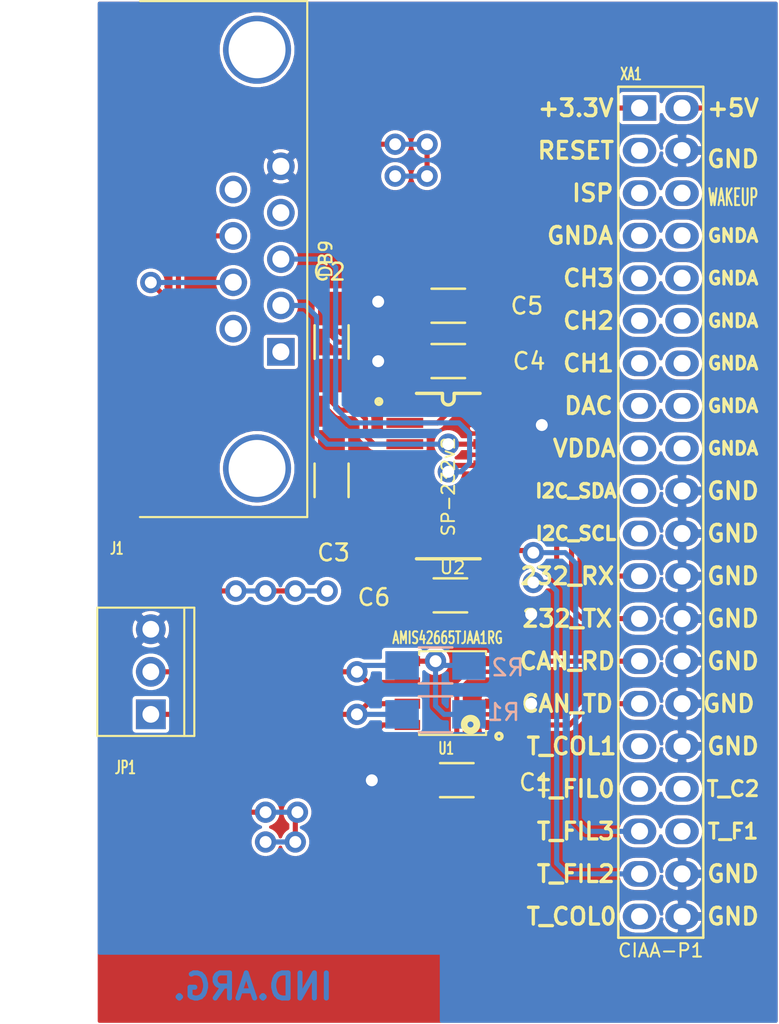
<source format=kicad_pcb>
(kicad_pcb (version 4) (host pcbnew 4.0.0-rc1-stable)
  (layers (0 F.Cu signal) (31 B.Cu signal hide) (34 B.Paste user) (35 F.Paste user) (36 B.SilkS user) (37 F.SilkS user hide) (38 B.Mask user) (39 F.Mask user) (44 Edge.Cuts user))
  (net 0 "")
  (net 1 GND)
  (net 2 "Net-(C2-Pad1)")
  (net 3 "Net-(C2-Pad2)")
  (net 4 "Net-(C3-Pad1)")
  (net 5 "Net-(C3-Pad2)")
  (net 6 +3.3V)
  (net 7 "Net-(C5-Pad2)")
  (net 8 "Net-(C6-Pad2)")
  (net 9 "Net-(J1-Pad2)")
  (net 10 "Net-(J1-Pad3)")
  (net 11 "Net-(J1-Pad7)")
  (net 12 "Net-(J1-Pad8)")
  (net 13 "Net-(JP1-Pad1)")
  (net 14 "Net-(JP1-Pad2)")
  (net 15 "Net-(R1-Pad2)")
  (net 16 "/Conector y Can/CAN_TX")
  (net 17 "/Conector y Can/CAN_RX")
  (net 18 "/Conector y Can/CTS")
  (net 19 "/Conector y Can/RTS")
  (net 20 "/Conector y Can/TXD")
  (net 21 "/Conector y Can/RXD")
  (net 22 +5V)
  (module ej2:DB9_F_TH (layer F.Cu) (at 116.84 79.502 90)
    (fp_text reference J1 (at -17.272 -8.382 180) (layer F.SilkS) (effects (font (size 0.7112 0.4572) (thickness 0.1143))))
    (fp_text value DB9 (at 0 4.1 90) (layer F.SilkS) (effects (font (size 0.762 0.762) (thickness 0.127))))
    (fp_line (start 15.4 3) (end 15.4 -7) (layer F.SilkS) (width 0.127))
    (fp_line (start -15.4 3) (end -15.4 -7) (layer F.SilkS) (width 0.127))
    (fp_line (start 15.4 3) (end -15.4 3) (layer F.SilkS) (width 0.127))
    (pad 1 thru_hole rect (at -5.5372 1.4224 90) (size 1.651 1.651) (drill 1.016) (layers *.Cu *.Mask))
    (pad 2 thru_hole circle (at -2.7686 1.4224 90) (size 1.651 1.651) (drill 1.016) (layers *.Cu *.Mask) (net 9 "Net-(J1-Pad2)"))
    (pad 3 thru_hole circle (at 0 1.4224 90) (size 1.651 1.651) (drill 1.016) (layers *.Cu *.Mask) (net 10 "Net-(J1-Pad3)"))
    (pad 4 thru_hole circle (at 2.7686 1.4224 90) (size 1.651 1.651) (drill 1.016) (layers *.Cu *.Mask))
    (pad 5 thru_hole circle (at 5.5372 1.4224 90) (size 1.651 1.651) (drill 1.016) (layers *.Cu *.Mask) (net 1 GND))
    (pad 6 thru_hole circle (at -4.1529 -1.4224 90) (size 1.651 1.651) (drill 1.016) (layers *.Cu *.Mask))
    (pad 7 thru_hole circle (at -1.3843 -1.4224 90) (size 1.651 1.651) (drill 1.016) (layers *.Cu *.Mask) (net 11 "Net-(J1-Pad7)"))
    (pad 8 thru_hole circle (at 1.3843 -1.4224 90) (size 1.651 1.651) (drill 1.016) (layers *.Cu *.Mask) (net 12 "Net-(J1-Pad8)"))
    (pad 9 thru_hole circle (at 4.1529 -1.4224 90) (size 1.651 1.651) (drill 1.016) (layers *.Cu *.Mask))
    (pad 10 thru_hole circle (at -12.4968 0 90) (size 4.064 4.064) (drill 3.4) (layers *.Cu *.Mask))
    (pad 11 thru_hole circle (at 12.4968 0 90) (size 4.064 4.064) (drill 3.4) (layers *.Cu *.Mask))
  )
  (module ej2:CON_PALETA_3 (layer F.Cu) (at 110.49 104.14 90)
    (fp_text reference JP1 (at -5.715 -1.524 180) (layer F.SilkS) (effects (font (size 0.762 0.4572) (thickness 0.127))))
    (fp_text value CONN_3)
    (fp_line (start 3.83 -3.2) (end 3.83 2.6) (layer F.SilkS) (width 0.127))
    (fp_line (start -3.83 -3.2) (end 3.83 -3.2) (layer F.SilkS) (width 0.127))
    (fp_line (start -3.83 2.6) (end -3.83 -3.2) (layer F.SilkS) (width 0.127))
    (fp_line (start 3.83 2.6) (end -3.83 2.6) (layer F.SilkS) (width 0.127))
    (fp_line (start 3.83 2) (end -3.83 2) (layer F.SilkS) (width 0.127))
    (pad 1 thru_hole rect (at -2.54 0 90) (size 1.778 1.778) (drill 1) (layers *.Cu *.Mask) (net 13 "Net-(JP1-Pad1)"))
    (pad 2 thru_hole circle (at 0 0 90) (size 1.778 1.778) (drill 1) (layers *.Cu *.Mask) (net 14 "Net-(JP1-Pad2)"))
    (pad 3 thru_hole circle (at 2.54 0 90) (size 1.778 1.778) (drill 1) (layers *.Cu *.Mask) (net 1 GND))
  )
  (module ej2:SOIC-8 (layer F.Cu) (at 128.524 105.41 180)
    (fp_text reference U1 (at 0.381 -3.302 180) (layer F.SilkS) (effects (font (size 0.7112 0.4572) (thickness 0.1143))))
    (fp_text value AMIS42665TJAA1RG (at 0.3 3.3 180) (layer F.SilkS) (effects (font (size 0.7112 0.4572) (thickness 0.1143))))
    (fp_line (start -2 -2.5) (end -2 -2.3) (layer F.SilkS) (width 0.127))
    (fp_line (start -2 2.5) (end -2 2.3) (layer F.SilkS) (width 0.127))
    (fp_line (start 2 2.5) (end 2 2.3) (layer F.SilkS) (width 0.127))
    (fp_line (start 2 -2.5) (end 2 -2.3) (layer F.SilkS) (width 0.127))
    (fp_circle (center -2.7746 -2.5764) (end -2.8 -2.5) (layer F.SilkS) (width 0.2032))
    (fp_line (start 2 -2.5) (end -2 -2.5) (layer F.SilkS) (width 0.127))
    (fp_line (start -2 2.5) (end 2 2.5) (layer F.SilkS) (width 0.127))
    (fp_circle (center -1.0746 -1.8764) (end -1.1 -1.7) (layer F.SilkS) (width 0.4))
    (pad 1 smd rect (at -2.7 -1.905 90) (size 0.6 1.52) (layers F.Cu F.Paste F.Mask) (net 16 "/Conector y Can/CAN_TX"))
    (pad 2 smd rect (at -2.7 -0.635 90) (size 0.6 1.52) (layers F.Cu F.Paste F.Mask) (net 1 GND))
    (pad 3 smd rect (at -2.7 0.635 90) (size 0.6 1.52) (layers F.Cu F.Paste F.Mask) (net 22 +5V))
    (pad 4 smd rect (at -2.7 1.905 90) (size 0.6 1.52) (layers F.Cu F.Paste F.Mask) (net 17 "/Conector y Can/CAN_RX"))
    (pad 5 smd rect (at 2.7 1.905 90) (size 0.6 1.52) (layers F.Cu F.Paste F.Mask) (net 15 "Net-(R1-Pad2)"))
    (pad 6 smd rect (at 2.7 0.635 90) (size 0.6 1.52) (layers F.Cu F.Paste F.Mask) (net 14 "Net-(JP1-Pad2)"))
    (pad 7 smd rect (at 2.7 -0.635 90) (size 0.6 1.52) (layers F.Cu F.Paste F.Mask) (net 13 "Net-(JP1-Pad1)"))
    (pad 8 smd rect (at 2.7 -1.905 90) (size 0.6 1.52) (layers F.Cu F.Paste F.Mask) (net 1 GND))
  )
  (module ej2:SP3232ECN-SOIC16N (layer F.Cu) (at 128.27 92.456 270)
    (fp_text reference U2 (at 5.461 -0.254 360) (layer F.SilkS) (effects (font (size 0.762 0.762) (thickness 0.1143))))
    (fp_text value SP-232v2 (at 0.635 0 270) (layer F.SilkS) (effects (font (size 0.762 0.762) (thickness 0.1143))))
    (fp_line (start -4.6 0.35) (end -4.9 0.35) (layer F.SilkS) (width 0.2032))
    (fp_line (start -4.6 -0.35) (end -4.9 -0.35) (layer F.SilkS) (width 0.2032))
    (fp_arc (start -4.6 0) (end -4.6 -0.35) (angle 180) (layer F.SilkS) (width 0.2032))
    (fp_circle (center -4.45 4.15) (end -4.35 4.05) (layer F.SilkS) (width 0.254))
    (fp_line (start -4.93776 1.89992) (end -4.93776 0.35) (layer F.SilkS) (width 0.2032))
    (fp_line (start -4.93776 -0.35) (end -4.93776 -1.89992) (layer F.SilkS) (width 0.2032))
    (fp_line (start 4.93776 -1.89992) (end 4.93776 1.39954) (layer F.SilkS) (width 0.2032))
    (fp_line (start 4.93776 1.39954) (end 4.93776 1.89992) (layer F.SilkS) (width 0.2032))
    (pad 1 smd rect (at -4.445 2.59842 270) (size 0.59944 2.19964) (layers F.Cu F.Paste F.Mask) (net 2 "Net-(C2-Pad1)"))
    (pad 2 smd rect (at -3.175 2.59842 270) (size 0.59944 2.19964) (layers F.Cu F.Paste F.Mask) (net 7 "Net-(C5-Pad2)"))
    (pad 3 smd rect (at -1.905 2.59842 270) (size 0.59944 2.19964) (layers F.Cu F.Paste F.Mask) (net 3 "Net-(C2-Pad2)"))
    (pad 4 smd rect (at -0.635 2.59842 270) (size 0.59944 2.19964) (layers F.Cu F.Paste F.Mask) (net 4 "Net-(C3-Pad1)"))
    (pad 5 smd rect (at 0.635 2.59842 270) (size 0.59944 2.19964) (layers F.Cu F.Paste F.Mask) (net 5 "Net-(C3-Pad2)"))
    (pad 6 smd rect (at 1.905 2.59842 270) (size 0.59944 2.19964) (layers F.Cu F.Paste F.Mask) (net 8 "Net-(C6-Pad2)"))
    (pad 7 smd rect (at 3.175 2.59842 270) (size 0.59944 2.19964) (layers F.Cu F.Paste F.Mask) (net 12 "Net-(J1-Pad8)"))
    (pad 8 smd rect (at 4.445 2.59842 270) (size 0.59944 2.19964) (layers F.Cu F.Paste F.Mask) (net 11 "Net-(J1-Pad7)"))
    (pad 9 smd rect (at 4.445 -2.59842 270) (size 0.59944 2.19964) (layers F.Cu F.Paste F.Mask) (net 19 "/Conector y Can/RTS"))
    (pad 10 smd rect (at 3.175 -2.59842 270) (size 0.59944 2.19964) (layers F.Cu F.Paste F.Mask) (net 18 "/Conector y Can/CTS"))
    (pad 11 smd rect (at 1.905 -2.59842 270) (size 0.59944 2.19964) (layers F.Cu F.Paste F.Mask) (net 21 "/Conector y Can/RXD"))
    (pad 12 smd rect (at 0.635 -2.59842 270) (size 0.59944 2.19964) (layers F.Cu F.Paste F.Mask) (net 20 "/Conector y Can/TXD"))
    (pad 13 smd rect (at -0.635 -2.59842 270) (size 0.59944 2.19964) (layers F.Cu F.Paste F.Mask) (net 10 "Net-(J1-Pad3)"))
    (pad 14 smd rect (at -1.905 -2.59842 270) (size 0.59944 2.19964) (layers F.Cu F.Paste F.Mask) (net 9 "Net-(J1-Pad2)"))
    (pad 15 smd rect (at -3.175 -2.59842 270) (size 0.59944 2.19964) (layers F.Cu F.Paste F.Mask) (net 1 GND))
    (pad 16 smd rect (at -4.445 -2.59842 270) (size 0.59944 2.19964) (layers F.Cu F.Paste F.Mask) (net 6 +3.3V))
  )
  (module ej2:Conn_Poncho_Derecha (layer F.Cu) (at 139.7 70.485)
    (fp_text reference XA1 (at -0.508 -2.032) (layer F.SilkS) (effects (font (size 0.7112 0.4572) (thickness 0.1143))))
    (fp_text value Conn_Poncho2P_2x_20x2 hide)
    (fp_text user GND (at 5.588 48.26) (layer F.SilkS) (effects (font (thickness 0.2))))
    (fp_text user GND (at 5.588 45.72) (layer F.SilkS) (effects (font (thickness 0.2))))
    (fp_text user T_F1 (at 5.588 43.18) (layer F.SilkS) (effects (font (size 0.9 0.9) (thickness 0.18))))
    (fp_text user T_C2 (at 5.588 40.64) (layer F.SilkS) (effects (font (size 0.9 0.9) (thickness 0.18))))
    (fp_text user GND (at 5.588 38.1) (layer F.SilkS) (effects (font (thickness 0.2))))
    (fp_text user GND (at 5.334 35.56) (layer F.SilkS) (effects (font (thickness 0.2))))
    (fp_text user GND (at 5.588 33.02) (layer F.SilkS) (effects (font (thickness 0.2))))
    (fp_text user GND (at 5.588 30.48) (layer F.SilkS) (effects (font (thickness 0.2))))
    (fp_text user GND (at 5.588 27.94) (layer F.SilkS) (effects (font (thickness 0.2))))
    (fp_text user GND (at 5.588 25.4) (layer F.SilkS) (effects (font (thickness 0.2))))
    (fp_text user GND (at 5.588 22.86) (layer F.SilkS) (effects (font (thickness 0.2))))
    (fp_text user GNDA (at 5.588 20.32) (layer F.SilkS) (effects (font (size 0.76 0.76) (thickness 0.19))))
    (fp_text user GNDA (at 5.588 17.78) (layer F.SilkS) (effects (font (size 0.76 0.76) (thickness 0.19))))
    (fp_text user GNDA (at 5.588 15.24) (layer F.SilkS) (effects (font (size 0.76 0.76) (thickness 0.19))))
    (fp_text user GNDA (at 5.588 12.7) (layer F.SilkS) (effects (font (size 0.76 0.76) (thickness 0.19))))
    (fp_text user GNDA (at 5.588 10.16) (layer F.SilkS) (effects (font (size 0.76 0.76) (thickness 0.19))))
    (fp_text user GNDA (at 5.588 7.62) (layer F.SilkS) (effects (font (size 0.76 0.76) (thickness 0.19))))
    (fp_text user WAKEUP (at 5.588 5.334) (layer F.SilkS) (effects (font (size 1 0.5) (thickness 0.125))))
    (fp_text user GND (at 5.588 3.048) (layer F.SilkS) (effects (font (thickness 0.2))))
    (fp_text user +5V (at 5.588 0) (layer F.SilkS) (effects (font (thickness 0.2))))
    (fp_text user T_COL0 (at -4.064 48.26) (layer F.SilkS) (effects (font (thickness 0.2))))
    (fp_text user T_FIL2 (at -3.81 45.72) (layer F.SilkS) (effects (font (thickness 0.2))))
    (fp_text user T_FIL3 (at -3.81 43.18) (layer F.SilkS) (effects (font (thickness 0.2))))
    (fp_text user T_FIL0 (at -3.81 40.64) (layer F.SilkS) (effects (font (thickness 0.2))))
    (fp_text user T_COL1 (at -4.064 38.1) (layer F.SilkS) (effects (font (thickness 0.2))))
    (fp_text user CAN_TD (at -4.318 35.56) (layer F.SilkS) (effects (font (thickness 0.2))))
    (fp_text user CAN_RD (at -4.318 33.02) (layer F.SilkS) (effects (font (thickness 0.2))))
    (fp_text user 232_TX (at -4.318 30.48) (layer F.SilkS) (effects (font (thickness 0.2))))
    (fp_text user 232_RX (at -4.318 27.94) (layer F.SilkS) (effects (font (thickness 0.2))))
    (fp_text user I2C_SCL (at -3.81 25.4) (layer F.SilkS) (effects (font (size 0.8 0.8) (thickness 0.2))))
    (fp_text user I2C_SDA (at -3.81 22.86) (layer F.SilkS) (effects (font (size 0.8 0.8) (thickness 0.2))))
    (fp_text user VDDA (at -3.302 20.32) (layer F.SilkS) (effects (font (thickness 0.2))))
    (fp_text user DAC (at -3.048 17.78) (layer F.SilkS) (effects (font (thickness 0.2))))
    (fp_text user CH1 (at -3.048 15.24) (layer F.SilkS) (effects (font (thickness 0.2))))
    (fp_text user CH2 (at -3.048 12.7) (layer F.SilkS) (effects (font (thickness 0.2))))
    (fp_text user CH3 (at -3.048 10.16) (layer F.SilkS) (effects (font (thickness 0.2))))
    (fp_text user GNDA (at -3.556 7.62) (layer F.SilkS) (effects (font (thickness 0.2))))
    (fp_text user ISP (at -2.794 5.08) (layer F.SilkS) (effects (font (thickness 0.2))))
    (fp_text user RESET (at -3.81 2.54) (layer F.SilkS) (effects (font (thickness 0.2))))
    (fp_text user CIAA-P1 (at 1.27 50.292) (layer F.SilkS) (effects (font (size 0.8 0.8) (thickness 0.12))))
    (fp_text user +3.3V (at -3.81 0) (layer F.SilkS) (effects (font (thickness 0.2))))
    (fp_line (start -1.27 49.53) (end -1.27 -1.27) (layer F.SilkS) (width 0.15))
    (fp_line (start 3.81 49.53) (end 3.81 -1.27) (layer F.SilkS) (width 0.15))
    (fp_line (start 3.81 49.53) (end -1.27 49.53) (layer F.SilkS) (width 0.15))
    (fp_line (start 3.81 -1.27) (end -1.27 -1.27) (layer F.SilkS) (width 0.15))
    (pad 1 thru_hole rect (at 0 0 270) (size 1.524 2) (drill 1.016) (layers *.Cu *.Mask) (net 6 +3.3V))
    (pad 2 thru_hole oval (at 2.54 0 270) (size 1.524 2) (drill 1.016) (layers *.Cu *.Mask) (net 22 +5V))
    (pad 11 thru_hole oval (at 0 12.7 270) (size 1.524 2) (drill 1.016) (layers *.Cu *.Mask))
    (pad 4 thru_hole oval (at 2.54 2.54 270) (size 1.524 2) (drill 1.016) (layers *.Cu *.Mask) (net 1 GND))
    (pad 13 thru_hole oval (at 0 15.24 270) (size 1.524 2) (drill 1.016) (layers *.Cu *.Mask))
    (pad 6 thru_hole oval (at 2.54 5.08 270) (size 1.524 2) (drill 1.016) (layers *.Cu *.Mask))
    (pad 15 thru_hole oval (at 0 17.78 270) (size 1.524 2) (drill 1.016) (layers *.Cu *.Mask))
    (pad 8 thru_hole oval (at 2.54 7.62 270) (size 1.524 2) (drill 1.016) (layers *.Cu *.Mask))
    (pad 17 thru_hole oval (at 0 20.32 270) (size 1.524 2) (drill 1.016) (layers *.Cu *.Mask))
    (pad 10 thru_hole oval (at 2.54 10.16 270) (size 1.524 2) (drill 1.016) (layers *.Cu *.Mask))
    (pad 19 thru_hole oval (at 0 22.86 270) (size 1.524 2) (drill 1.016) (layers *.Cu *.Mask))
    (pad 12 thru_hole oval (at 2.54 12.7 270) (size 1.524 2) (drill 1.016) (layers *.Cu *.Mask))
    (pad 21 thru_hole oval (at 0 25.4 270) (size 1.524 2) (drill 1.016) (layers *.Cu *.Mask))
    (pad 14 thru_hole oval (at 2.54 15.24 270) (size 1.524 2) (drill 1.016) (layers *.Cu *.Mask))
    (pad 23 thru_hole oval (at 0 27.94 270) (size 1.524 2) (drill 1.016) (layers *.Cu *.Mask) (net 20 "/Conector y Can/TXD"))
    (pad 16 thru_hole oval (at 2.54 17.78 270) (size 1.524 2) (drill 1.016) (layers *.Cu *.Mask))
    (pad 25 thru_hole oval (at 0 30.48 270) (size 1.524 2) (drill 1.016) (layers *.Cu *.Mask) (net 21 "/Conector y Can/RXD"))
    (pad 18 thru_hole oval (at 2.54 20.32 270) (size 1.524 2) (drill 1.016) (layers *.Cu *.Mask))
    (pad 27 thru_hole oval (at 0 33.02 270) (size 1.524 2) (drill 1.016) (layers *.Cu *.Mask) (net 17 "/Conector y Can/CAN_RX"))
    (pad 20 thru_hole oval (at 2.54 22.86 270) (size 1.524 2) (drill 1.016) (layers *.Cu *.Mask) (net 1 GND))
    (pad 29 thru_hole oval (at 0 35.56 270) (size 1.524 2) (drill 1.016) (layers *.Cu *.Mask) (net 16 "/Conector y Can/CAN_TX"))
    (pad 22 thru_hole oval (at 2.54 25.4 270) (size 1.524 2) (drill 1.016) (layers *.Cu *.Mask) (net 1 GND))
    (pad 31 thru_hole oval (at 0 38.1 270) (size 1.524 2) (drill 1.016) (layers *.Cu *.Mask))
    (pad 24 thru_hole oval (at 2.54 27.94 270) (size 1.524 2) (drill 1.016) (layers *.Cu *.Mask) (net 1 GND))
    (pad 26 thru_hole oval (at 2.54 30.48 270) (size 1.524 2) (drill 1.016) (layers *.Cu *.Mask) (net 1 GND))
    (pad 33 thru_hole oval (at 0 40.64 270) (size 1.524 2) (drill 1.016) (layers *.Cu *.Mask))
    (pad 28 thru_hole oval (at 2.54 33.02 270) (size 1.524 2) (drill 1.016) (layers *.Cu *.Mask) (net 1 GND))
    (pad 32 thru_hole oval (at 2.54 38.1 270) (size 1.524 2) (drill 1.016) (layers *.Cu *.Mask) (net 1 GND))
    (pad 34 thru_hole oval (at 2.54 40.64 270) (size 1.524 2) (drill 1.016) (layers *.Cu *.Mask))
    (pad 36 thru_hole oval (at 2.54 43.18 270) (size 1.524 2) (drill 1.016) (layers *.Cu *.Mask))
    (pad 38 thru_hole oval (at 2.54 45.72 270) (size 1.524 2) (drill 1.016) (layers *.Cu *.Mask) (net 1 GND))
    (pad 35 thru_hole oval (at 0 43.18 270) (size 1.524 2) (drill 1.016) (layers *.Cu *.Mask) (net 19 "/Conector y Can/RTS"))
    (pad 37 thru_hole oval (at 0 45.72 270) (size 1.524 2) (drill 1.016) (layers *.Cu *.Mask) (net 18 "/Conector y Can/CTS"))
    (pad 3 thru_hole oval (at 0 2.54 270) (size 1.524 2) (drill 1.016) (layers *.Cu *.Mask))
    (pad 5 thru_hole oval (at 0 5.08 270) (size 1.524 2) (drill 1.016) (layers *.Cu *.Mask))
    (pad 7 thru_hole oval (at 0 7.62 270) (size 1.524 2) (drill 1.016) (layers *.Cu *.Mask))
    (pad 9 thru_hole oval (at 0 10.16 270) (size 1.524 2) (drill 1.016) (layers *.Cu *.Mask))
    (pad 39 thru_hole oval (at 0 48.26 270) (size 1.524 2) (drill 1.016) (layers *.Cu *.Mask))
    (pad 40 thru_hole oval (at 2.54 48.26 270) (size 1.524 2) (drill 1.016) (layers *.Cu *.Mask) (net 1 GND))
    (pad 30 thru_hole oval (at 2.54 35.56 270) (size 1.524 2) (drill 1.016) (layers *.Cu *.Mask) (net 1 GND))
  )
  (module ej2:C_1206_HandSoldering (layer F.Cu) (at 128.778 110.617)
    (fp_text reference C1 (at 4.699 0.127 180) (layer F.SilkS))
    (fp_text value 100nf)
    (fp_line (start 1 1.007) (end -1 1.007) (layer F.SilkS) (width 0.15))
    (fp_line (start 1 -1.025) (end -1 -1.025) (layer F.SilkS) (width 0.15))
    (pad 1 smd rect (at -2 0) (size 2 1.6) (layers F.Cu F.Paste F.Mask) (net 1 GND))
    (pad 2 smd rect (at 2 0) (size 2 1.6) (layers F.Cu F.Paste F.Mask) (net 22 +5V))
  )
  (module ej2:C_1206_HandSoldering (layer F.Cu) (at 121.285 84.455 270)
    (fp_text reference C2 (at -4.191 0.127 360) (layer F.SilkS))
    (fp_text value 100nf)
    (fp_line (start 1 1.007) (end -1 1.007) (layer F.SilkS) (width 0.15))
    (fp_line (start 1 -1.025) (end -1 -1.025) (layer F.SilkS) (width 0.15))
    (pad 1 smd rect (at -2 0 270) (size 2 1.6) (layers F.Cu F.Paste F.Mask) (net 2 "Net-(C2-Pad1)"))
    (pad 2 smd rect (at 2 0 270) (size 2 1.6) (layers F.Cu F.Paste F.Mask) (net 3 "Net-(C2-Pad2)"))
  )
  (module ej2:C_1206_HandSoldering (layer F.Cu) (at 121.285 92.71 270)
    (fp_text reference C3 (at 4.318 -0.127 360) (layer F.SilkS))
    (fp_text value 100nf)
    (fp_line (start 1 1.007) (end -1 1.007) (layer F.SilkS) (width 0.15))
    (fp_line (start 1 -1.025) (end -1 -1.025) (layer F.SilkS) (width 0.15))
    (pad 1 smd rect (at -2 0 270) (size 2 1.6) (layers F.Cu F.Paste F.Mask) (net 4 "Net-(C3-Pad1)"))
    (pad 2 smd rect (at 2 0 270) (size 2 1.6) (layers F.Cu F.Paste F.Mask) (net 5 "Net-(C3-Pad2)"))
  )
  (module ej2:C_1206_HandSoldering (layer F.Cu) (at 128.27 85.598)
    (fp_text reference C4 (at 4.826 0) (layer F.SilkS))
    (fp_text value 100nf)
    (fp_line (start 1 1.007) (end -1 1.007) (layer F.SilkS) (width 0.15))
    (fp_line (start 1 -1.025) (end -1 -1.025) (layer F.SilkS) (width 0.15))
    (pad 1 smd rect (at -2 0) (size 2 1.6) (layers F.Cu F.Paste F.Mask) (net 1 GND))
    (pad 2 smd rect (at 2 0) (size 2 1.6) (layers F.Cu F.Paste F.Mask) (net 6 +3.3V))
  )
  (module ej2:C_1206_HandSoldering (layer F.Cu) (at 128.27 82.296)
    (fp_text reference C5 (at 4.699 0 180) (layer F.SilkS))
    (fp_text value 100nf)
    (fp_line (start 1 1.007) (end -1 1.007) (layer F.SilkS) (width 0.15))
    (fp_line (start 1 -1.025) (end -1 -1.025) (layer F.SilkS) (width 0.15))
    (pad 1 smd rect (at -2 0) (size 2 1.6) (layers F.Cu F.Paste F.Mask) (net 1 GND))
    (pad 2 smd rect (at 2 0) (size 2 1.6) (layers F.Cu F.Paste F.Mask) (net 7 "Net-(C5-Pad2)"))
  )
  (module ej2:C_1206_HandSoldering (layer F.Cu) (at 128.397 99.568 180)
    (fp_text reference C6 (at 4.572 -0.127 180) (layer F.SilkS))
    (fp_text value 100nf)
    (fp_line (start 1 1.007) (end -1 1.007) (layer F.SilkS) (width 0.15))
    (fp_line (start 1 -1.025) (end -1 -1.025) (layer F.SilkS) (width 0.15))
    (pad 1 smd rect (at -2 0 180) (size 2 1.6) (layers F.Cu F.Paste F.Mask) (net 1 GND))
    (pad 2 smd rect (at 2 0 180) (size 2 1.6) (layers F.Cu F.Paste F.Mask) (net 8 "Net-(C6-Pad2)"))
  )
  (module ej2:R_1206_HandSoldering (layer B.Cu) (at 127.508 106.68)
    (fp_text reference R1 (at 4.064 -0.127 180) (layer B.SilkS) (effects (justify mirror)))
    (fp_text value 60)
    (fp_line (start 1 -1.075) (end -1 -1.075) (layer B.SilkS) (width 0.15))
    (fp_line (start -1 1.075) (end 1 1.075) (layer B.SilkS) (width 0.15))
    (pad 1 smd rect (at -2 0) (size 2 1.7) (layers B.Cu B.Paste B.Mask) (net 13 "Net-(JP1-Pad1)"))
    (pad 2 smd rect (at 2 0) (size 2 1.7) (layers B.Cu B.Paste B.Mask) (net 15 "Net-(R1-Pad2)"))
  )
  (module ej2:R_1206_HandSoldering (layer B.Cu) (at 127.508 103.759 180)
    (fp_text reference R2 (at -4.318 -0.127 180) (layer B.SilkS) (effects (justify mirror)))
    (fp_text value 60)
    (fp_line (start 1 -1.075) (end -1 -1.075) (layer B.SilkS) (width 0.15))
    (fp_line (start -1 1.075) (end 1 1.075) (layer B.SilkS) (width 0.15))
    (pad 1 smd rect (at -2 0 180) (size 2 1.7) (layers B.Cu B.Paste B.Mask) (net 15 "Net-(R1-Pad2)"))
    (pad 2 smd rect (at 2 0 180) (size 2 1.7) (layers B.Cu B.Paste B.Mask) (net 14 "Net-(JP1-Pad2)"))
  )
  (gr_text "IND.ARG.\n" (at 116.586 122.936) (layer B.Cu) (effects (font (size 1.5 1.5) (thickness 0.3)) (justify mirror)))
  (segment (start 123.952 72.644) (end 125.095 72.644) (width 0.3048) (layer F.Cu) (net 0))
  (via (at 125.095 74.549) (size 1.27) (drill 0.7112) (layers F.Cu B.Cu) (net 0))
  (segment (start 127 74.549) (end 125.095 74.549) (width 0.3048) (layer B.Cu) (net 0))
  (via (at 127 74.549) (size 1.27) (drill 0.7112) (layers F.Cu B.Cu) (net 0))
  (segment (start 127 72.644) (end 127 74.549) (width 0.3048) (layer F.Cu) (net 0))
  (via (at 127 72.644) (size 1.27) (drill 0.7112) (layers F.Cu B.Cu) (net 0))
  (segment (start 125.095 72.644) (end 127 72.644) (width 0.3048) (layer B.Cu) (net 0))
  (via (at 125.095 72.644) (size 1.27) (drill 0.7112) (layers F.Cu B.Cu) (net 0))
  (segment (start 115.951 112.522) (end 117.348 112.522) (width 0.3048) (layer F.Cu) (net 0))
  (via (at 117.348 114.3) (size 1.27) (drill 0.7112) (layers F.Cu B.Cu) (net 0))
  (segment (start 119.126 114.3) (end 117.348 114.3) (width 0.3048) (layer B.Cu) (net 0))
  (via (at 119.126 114.3) (size 1.27) (drill 0.7112) (layers F.Cu B.Cu) (net 0))
  (segment (start 119.126 112.649) (end 119.126 114.3) (width 0.3048) (layer F.Cu) (net 0))
  (segment (start 119.253 112.522) (end 119.126 112.649) (width 0.3048) (layer F.Cu) (net 0))
  (via (at 119.253 112.522) (size 1.27) (drill 0.7112) (layers F.Cu B.Cu) (net 0))
  (segment (start 117.348 112.522) (end 119.253 112.522) (width 0.3048) (layer B.Cu) (net 0))
  (via (at 117.348 112.522) (size 1.27) (drill 0.7112) (layers F.Cu B.Cu) (net 0))
  (segment (start 114.554 99.314) (end 115.57 99.314) (width 0.3048) (layer F.Cu) (net 0))
  (via (at 121.031 99.314) (size 1.27) (drill 0.7112) (layers F.Cu B.Cu) (net 0))
  (segment (start 119.126 99.314) (end 121.031 99.314) (width 0.3048) (layer B.Cu) (net 0))
  (via (at 119.126 99.314) (size 1.27) (drill 0.7112) (layers F.Cu B.Cu) (net 0))
  (segment (start 117.348 99.314) (end 119.126 99.314) (width 0.3048) (layer F.Cu) (net 0))
  (via (at 117.348 99.314) (size 1.27) (drill 0.7112) (layers F.Cu B.Cu) (net 0))
  (segment (start 117.221 99.314) (end 117.348 99.314) (width 0.3048) (layer B.Cu) (net 0))
  (segment (start 117.856 99.314) (end 117.221 99.314) (width 0.3048) (layer B.Cu) (net 0))
  (segment (start 115.57 99.314) (end 117.856 99.314) (width 0.3048) (layer B.Cu) (net 0))
  (via (at 115.57 99.314) (size 1.27) (drill 0.7112) (layers F.Cu B.Cu) (net 0))
  (segment (start 132.969 89.281) (end 133.731 89.281) (width 0.3048) (layer F.Cu) (net 1))
  (via (at 133.858 89.408) (size 1.27) (drill 0.7112) (layers F.Cu B.Cu) (net 1))
  (segment (start 133.731 89.281) (end 133.858 89.408) (width 0.3048) (layer F.Cu) (net 1))
  (segment (start 133.731 89.281) (end 133.858 89.408) (width 0.3048) (layer F.Cu) (net 1))
  (segment (start 125.824 107.315) (end 124.333 107.315) (width 0.3048) (layer F.Cu) (net 1))
  (via (at 123.698 110.617) (size 1.27) (drill 0.7112) (layers F.Cu B.Cu) (net 1))
  (segment (start 123.698 110.617) (end 126.778 110.617) (width 0.3048) (layer F.Cu) (net 1))
  (segment (start 123.698 107.95) (end 123.698 110.617) (width 0.3048) (layer F.Cu) (net 1))
  (segment (start 124.333 107.315) (end 123.698 107.95) (width 0.3048) (layer F.Cu) (net 1))
  (segment (start 131.224 106.045) (end 133.223 106.045) (width 0.3048) (layer F.Cu) (net 1))
  (via (at 133.223 106.045) (size 1.27) (drill 0.7112) (layers F.Cu B.Cu) (net 1))
  (segment (start 130.397 99.568) (end 132.08 99.568) (width 0.3048) (layer F.Cu) (net 1))
  (via (at 133.223 100.711) (size 1.27) (drill 0.7112) (layers F.Cu B.Cu) (net 1))
  (segment (start 132.08 99.568) (end 133.223 100.711) (width 0.3048) (layer F.Cu) (net 1))
  (segment (start 126.27 85.598) (end 124.079 85.598) (width 0.3048) (layer F.Cu) (net 1))
  (via (at 124.079 85.598) (size 1.27) (drill 0.7112) (layers F.Cu B.Cu) (net 1))
  (segment (start 126.27 82.296) (end 124.333 82.296) (width 0.3048) (layer F.Cu) (net 1))
  (via (at 124.079 82.042) (size 1.27) (drill 0.7112) (layers F.Cu B.Cu) (net 1))
  (segment (start 124.333 82.296) (end 124.079 82.042) (width 0.3048) (layer F.Cu) (net 1))
  (segment (start 130.86842 89.281) (end 132.969 89.281) (width 0.3048) (layer F.Cu) (net 1))
  (segment (start 132.969 89.281) (end 133.731 89.281) (width 0.3048) (layer F.Cu) (net 1))
  (segment (start 121.285 82.455) (end 121.285 84.074) (width 0.3048) (layer F.Cu) (net 2))
  (segment (start 122.301 84.455) (end 122.809 84.963) (width 0.3048) (layer F.Cu) (net 2))
  (segment (start 121.666 84.455) (end 122.301 84.455) (width 0.3048) (layer F.Cu) (net 2))
  (segment (start 121.285 84.074) (end 121.666 84.455) (width 0.3048) (layer F.Cu) (net 2))
  (segment (start 121.285 82.455) (end 121.285 83.439) (width 0.3048) (layer F.Cu) (net 2))
  (segment (start 122.809 84.963) (end 122.809 87.376) (width 0.3048) (layer F.Cu) (net 2))
  (segment (start 123.444 88.011) (end 125.67158 88.011) (width 0.3048) (layer F.Cu) (net 2))
  (segment (start 122.809 87.376) (end 123.444 88.011) (width 0.3048) (layer F.Cu) (net 2))
  (segment (start 121.285 86.455) (end 121.285 88.011) (width 0.3048) (layer F.Cu) (net 3))
  (segment (start 123.825 90.551) (end 125.67158 90.551) (width 0.3048) (layer F.Cu) (net 3))
  (segment (start 123.317 90.043) (end 123.825 90.551) (width 0.3048) (layer F.Cu) (net 3))
  (segment (start 123.317 89.027) (end 123.317 90.043) (width 0.3048) (layer F.Cu) (net 3))
  (segment (start 122.809 88.519) (end 123.317 89.027) (width 0.3048) (layer F.Cu) (net 3))
  (segment (start 121.793 88.519) (end 122.809 88.519) (width 0.3048) (layer F.Cu) (net 3))
  (segment (start 121.285 88.011) (end 121.793 88.519) (width 0.3048) (layer F.Cu) (net 3))
  (segment (start 125.67158 91.821) (end 123.444 91.821) (width 0.3048) (layer F.Cu) (net 4))
  (segment (start 121.285 91.948) (end 121.285 90.71) (width 0.3048) (layer F.Cu) (net 4))
  (segment (start 121.793 92.456) (end 121.285 91.948) (width 0.3048) (layer F.Cu) (net 4))
  (segment (start 122.809 92.456) (end 121.793 92.456) (width 0.3048) (layer F.Cu) (net 4))
  (segment (start 123.444 91.821) (end 122.809 92.456) (width 0.3048) (layer F.Cu) (net 4))
  (segment (start 125.67158 93.091) (end 121.793 93.091) (width 0.3048) (layer F.Cu) (net 5))
  (segment (start 121.285 93.599) (end 121.285 94.71) (width 0.3048) (layer F.Cu) (net 5))
  (segment (start 121.793 93.091) (end 121.285 93.599) (width 0.3048) (layer F.Cu) (net 5))
  (segment (start 135.89 70.485) (end 134.493 70.485) (width 0.3048) (layer F.Cu) (net 6))
  (segment (start 133.858 71.12) (end 133.858 72.136) (width 0.3048) (layer F.Cu) (net 6))
  (segment (start 134.493 70.485) (end 133.858 71.12) (width 0.3048) (layer F.Cu) (net 6))
  (segment (start 130.27 85.598) (end 133.858 85.598) (width 0.3048) (layer F.Cu) (net 6))
  (segment (start 130.86842 88.011) (end 133.223 88.011) (width 0.3048) (layer F.Cu) (net 6))
  (segment (start 135.89 70.485) (end 139.7 70.485) (width 0.3048) (layer F.Cu) (net 6))
  (segment (start 133.858 87.376) (end 133.858 85.598) (width 0.3048) (layer F.Cu) (net 6))
  (segment (start 133.858 85.598) (end 133.858 72.136) (width 0.3048) (layer F.Cu) (net 6))
  (segment (start 133.223 88.011) (end 133.858 87.376) (width 0.3048) (layer F.Cu) (net 6))
  (segment (start 128.27 87.503) (end 128.27 88.646) (width 0.3048) (layer F.Cu) (net 7))
  (segment (start 128.27 88.646) (end 127.635 89.281) (width 0.3048) (layer F.Cu) (net 7))
  (segment (start 127.635 89.281) (end 125.67158 89.281) (width 0.3048) (layer F.Cu) (net 7))
  (segment (start 130.27 82.296) (end 128.778 82.296) (width 0.3048) (layer F.Cu) (net 7))
  (segment (start 128.27 82.804) (end 128.27 83.947) (width 0.3048) (layer F.Cu) (net 7))
  (segment (start 128.778 82.296) (end 128.27 82.804) (width 0.3048) (layer F.Cu) (net 7))
  (segment (start 127.635 89.281) (end 125.67158 89.281) (width 0.3048) (layer F.Cu) (net 7))
  (segment (start 128.27 88.646) (end 127.635 89.281) (width 0.3048) (layer F.Cu) (net 7))
  (segment (start 128.27 83.947) (end 128.27 87.503) (width 0.3048) (layer F.Cu) (net 7))
  (segment (start 126.397 99.568) (end 128.016 99.568) (width 0.3048) (layer F.Cu) (net 8))
  (segment (start 128.016 99.568) (end 128.524 99.06) (width 0.3048) (layer F.Cu) (net 8))
  (segment (start 128.524 99.06) (end 128.524 94.996) (width 0.3048) (layer F.Cu) (net 8))
  (segment (start 128.524 94.996) (end 127.889 94.361) (width 0.3048) (layer F.Cu) (net 8))
  (segment (start 127.889 94.361) (end 125.67158 94.361) (width 0.3048) (layer F.Cu) (net 8))
  (segment (start 128.524 99.06) (end 128.016 99.568) (width 0.3048) (layer F.Cu) (net 8))
  (segment (start 118.2624 82.2706) (end 119.7356 82.2706) (width 0.3048) (layer B.Cu) (net 9))
  (via (at 128.27 90.551) (size 1.27) (drill 0.7112) (layers F.Cu B.Cu) (net 9))
  (segment (start 128.27 90.551) (end 130.86842 90.551) (width 0.3048) (layer F.Cu) (net 9))
  (segment (start 121.031 90.551) (end 128.27 90.551) (width 0.3048) (layer B.Cu) (net 9))
  (segment (start 120.396 89.916) (end 121.031 90.551) (width 0.3048) (layer B.Cu) (net 9))
  (segment (start 120.396 82.931) (end 120.396 89.916) (width 0.3048) (layer B.Cu) (net 9))
  (segment (start 119.7356 82.2706) (end 120.396 82.931) (width 0.3048) (layer B.Cu) (net 9))
  (segment (start 129.54 90.424) (end 129.54 91.694) (width 0.3048) (layer B.Cu) (net 10))
  (segment (start 129.032 92.202) (end 128.27 92.202) (width 0.3048) (layer B.Cu) (net 10))
  (segment (start 129.54 91.694) (end 129.032 92.202) (width 0.3048) (layer B.Cu) (net 10))
  (segment (start 118.2624 79.502) (end 121.031 79.502) (width 0.3048) (layer B.Cu) (net 10))
  (segment (start 128.524 91.821) (end 128.27 92.202) (width 0.3048) (layer F.Cu) (net 10))
  (segment (start 128.524 91.821) (end 130.86842 91.821) (width 0.3048) (layer F.Cu) (net 10))
  (via (at 128.27 92.202) (size 1.27) (drill 0.7112) (layers F.Cu B.Cu) (net 10))
  (segment (start 129.54 89.916) (end 129.54 90.424) (width 0.3048) (layer B.Cu) (net 10))
  (segment (start 128.905 89.281) (end 129.54 89.916) (width 0.3048) (layer B.Cu) (net 10))
  (segment (start 122.428 89.281) (end 128.905 89.281) (width 0.3048) (layer B.Cu) (net 10))
  (segment (start 121.539 88.392) (end 122.428 89.281) (width 0.3048) (layer B.Cu) (net 10))
  (segment (start 121.539 80.01) (end 121.539 88.392) (width 0.3048) (layer B.Cu) (net 10))
  (segment (start 121.031 79.502) (end 121.539 80.01) (width 0.3048) (layer B.Cu) (net 10))
  (segment (start 115.316 97.917) (end 111.887 97.917) (width 0.3048) (layer F.Cu) (net 11))
  (segment (start 111.252 97.282) (end 111.252 95.123) (width 0.3048) (layer F.Cu) (net 11))
  (segment (start 111.887 97.917) (end 111.252 97.282) (width 0.3048) (layer F.Cu) (net 11))
  (segment (start 111.252 95.123) (end 111.252 81.661) (width 0.3048) (layer F.Cu) (net 11))
  (segment (start 115.4049 80.899) (end 110.49 80.899) (width 0.3048) (layer B.Cu) (net 11))
  (segment (start 124.206 96.901) (end 123.19 97.917) (width 0.3048) (layer F.Cu) (net 11))
  (segment (start 123.19 97.917) (end 115.316 97.917) (width 0.3048) (layer F.Cu) (net 11))
  (segment (start 111.252 81.661) (end 110.49 80.899) (width 0.3048) (layer F.Cu) (net 11))
  (via (at 110.49 80.899) (size 1.27) (drill 0.7112) (layers F.Cu B.Cu) (net 11))
  (segment (start 124.206 96.901) (end 125.67158 96.901) (width 0.3048) (layer F.Cu) (net 11))
  (segment (start 115.4049 80.899) (end 115.4176 80.8863) (width 0.3048) (layer B.Cu) (net 11))
  (segment (start 115.697 97.155) (end 112.776 97.155) (width 0.3048) (layer F.Cu) (net 12))
  (segment (start 112.141 96.52) (end 112.141 94.996) (width 0.3048) (layer F.Cu) (net 12))
  (segment (start 112.776 97.155) (end 112.141 96.52) (width 0.3048) (layer F.Cu) (net 12))
  (segment (start 112.141 94.996) (end 112.141 78.867) (width 0.3048) (layer F.Cu) (net 12))
  (segment (start 125.67158 95.631) (end 124.206 95.631) (width 0.3048) (layer F.Cu) (net 12))
  (segment (start 112.8903 78.1177) (end 115.4176 78.1177) (width 0.3048) (layer F.Cu) (net 12))
  (segment (start 112.141 78.867) (end 112.8903 78.1177) (width 0.3048) (layer F.Cu) (net 12))
  (segment (start 122.682 97.155) (end 115.697 97.155) (width 0.3048) (layer F.Cu) (net 12))
  (segment (start 124.206 95.631) (end 122.682 97.155) (width 0.3048) (layer F.Cu) (net 12))
  (segment (start 125.508 106.68) (end 122.809 106.68) (width 0.3048) (layer B.Cu) (net 13))
  (via (at 122.809 106.68) (size 1.27) (drill 0.7112) (layers F.Cu B.Cu) (net 13))
  (segment (start 110.49 106.68) (end 122.809 106.68) (width 0.3048) (layer F.Cu) (net 13))
  (segment (start 123.444 106.045) (end 125.824 106.045) (width 0.3048) (layer F.Cu) (net 13))
  (segment (start 122.809 106.68) (end 123.444 106.045) (width 0.3048) (layer F.Cu) (net 13))
  (segment (start 125.508 103.759) (end 123.19 103.759) (width 0.3048) (layer B.Cu) (net 14))
  (via (at 122.809 104.14) (size 1.27) (drill 0.7112) (layers F.Cu B.Cu) (net 14))
  (segment (start 123.19 103.759) (end 122.809 104.14) (width 0.3048) (layer B.Cu) (net 14))
  (segment (start 110.49 104.14) (end 122.809 104.14) (width 0.3048) (layer F.Cu) (net 14))
  (segment (start 123.444 104.775) (end 125.824 104.775) (width 0.3048) (layer F.Cu) (net 14))
  (segment (start 122.809 104.14) (end 123.444 104.775) (width 0.3048) (layer F.Cu) (net 14))
  (segment (start 129.508 103.759) (end 127.762 103.759) (width 0.3048) (layer B.Cu) (net 15))
  (segment (start 127.762 103.759) (end 127.508 103.505) (width 0.3048) (layer B.Cu) (net 15))
  (segment (start 125.824 103.505) (end 127.508 103.505) (width 0.3048) (layer F.Cu) (net 15))
  (segment (start 128.016 106.68) (end 127.508 106.172) (width 0.3048) (layer B.Cu) (net 15))
  (segment (start 127.508 106.172) (end 127.508 103.505) (width 0.3048) (layer B.Cu) (net 15))
  (via (at 127.508 103.505) (size 1.27) (drill 0.7112) (layers F.Cu B.Cu) (net 15))
  (segment (start 128.016 106.68) (end 129.508 106.68) (width 0.3048) (layer B.Cu) (net 15))
  (segment (start 139.7 106.045) (end 136.779 106.045) (width 0.3048) (layer F.Cu) (net 16))
  (segment (start 135.509 107.315) (end 131.224 107.315) (width 0.3048) (layer F.Cu) (net 16))
  (segment (start 136.779 106.045) (end 135.509 107.315) (width 0.3048) (layer F.Cu) (net 16))
  (segment (start 131.224 103.505) (end 139.7 103.505) (width 0.3048) (layer F.Cu) (net 17))
  (segment (start 134.747 97.028) (end 134.747 96.139) (width 0.3048) (layer F.Cu) (net 18))
  (segment (start 134.239 95.631) (end 130.86842 95.631) (width 0.3048) (layer F.Cu) (net 18))
  (segment (start 134.747 96.139) (end 134.239 95.631) (width 0.3048) (layer F.Cu) (net 18))
  (segment (start 134.747 98.425) (end 134.366 98.806) (width 0.3048) (layer F.Cu) (net 18))
  (segment (start 134.747 97.028) (end 134.747 98.425) (width 0.3048) (layer F.Cu) (net 18))
  (segment (start 134.366 98.806) (end 133.35 98.806) (width 0.3048) (layer F.Cu) (net 18))
  (segment (start 133.35 98.806) (end 134.239 98.806) (width 0.3048) (layer B.Cu) (net 18))
  (segment (start 134.366 98.806) (end 133.35 98.806) (width 0.3048) (layer F.Cu) (net 18))
  (via (at 133.35 98.806) (size 1.27) (drill 0.7112) (layers F.Cu B.Cu) (net 18))
  (segment (start 135.382 116.205) (end 139.7 116.205) (width 0.3048) (layer B.Cu) (net 18))
  (segment (start 134.747 115.57) (end 135.382 116.205) (width 0.3048) (layer B.Cu) (net 18))
  (segment (start 134.747 99.314) (end 134.747 115.57) (width 0.3048) (layer B.Cu) (net 18))
  (segment (start 134.239 98.806) (end 134.747 99.314) (width 0.3048) (layer B.Cu) (net 18))
  (segment (start 133.35 97.028) (end 135.255 97.028) (width 0.3048) (layer B.Cu) (net 19))
  (segment (start 133.223 96.901) (end 133.35 97.028) (width 0.3048) (layer F.Cu) (net 19))
  (via (at 133.35 97.028) (size 1.27) (drill 0.7112) (layers F.Cu B.Cu) (net 19))
  (segment (start 130.86842 96.901) (end 133.223 96.901) (width 0.3048) (layer F.Cu) (net 19))
  (segment (start 136.525 113.665) (end 139.7 113.665) (width 0.3048) (layer B.Cu) (net 19))
  (segment (start 135.89 113.03) (end 136.525 113.665) (width 0.3048) (layer B.Cu) (net 19))
  (segment (start 135.89 97.663) (end 135.89 113.03) (width 0.3048) (layer B.Cu) (net 19))
  (segment (start 135.255 97.028) (end 135.89 97.663) (width 0.3048) (layer B.Cu) (net 19))
  (segment (start 136.652 96.139) (end 136.652 97.917) (width 0.3048) (layer F.Cu) (net 20))
  (segment (start 137.16 98.425) (end 139.7 98.425) (width 0.3048) (layer F.Cu) (net 20))
  (segment (start 136.652 97.917) (end 137.16 98.425) (width 0.3048) (layer F.Cu) (net 20))
  (segment (start 130.86842 93.091) (end 136.017 93.091) (width 0.3048) (layer F.Cu) (net 20))
  (segment (start 136.652 93.726) (end 136.652 96.139) (width 0.3048) (layer F.Cu) (net 20))
  (segment (start 136.017 93.091) (end 136.652 93.726) (width 0.3048) (layer F.Cu) (net 20))
  (segment (start 135.636 97.536) (end 135.636 100.33) (width 0.3048) (layer F.Cu) (net 21))
  (segment (start 136.271 100.965) (end 139.7 100.965) (width 0.3048) (layer F.Cu) (net 21))
  (segment (start 135.636 100.33) (end 136.271 100.965) (width 0.3048) (layer F.Cu) (net 21))
  (segment (start 130.86842 94.361) (end 135.001 94.361) (width 0.3048) (layer F.Cu) (net 21))
  (segment (start 135.636 94.996) (end 135.636 97.536) (width 0.3048) (layer F.Cu) (net 21))
  (segment (start 135.001 94.361) (end 135.636 94.996) (width 0.3048) (layer F.Cu) (net 21))
  (segment (start 130.778 110.617) (end 128.778 110.617) (width 0.3048) (layer F.Cu) (net 22))
  (segment (start 145.415 120.523) (end 145.415 71.12) (width 0.3048) (layer F.Cu) (net 22))
  (segment (start 129.413 104.775) (end 128.778 105.41) (width 0.3048) (layer F.Cu) (net 22))
  (segment (start 128.778 105.41) (end 128.778 110.617) (width 0.3048) (layer F.Cu) (net 22))
  (segment (start 128.778 110.617) (end 128.778 120.396) (width 0.3048) (layer F.Cu) (net 22))
  (segment (start 128.778 120.396) (end 129.54 121.158) (width 0.3048) (layer F.Cu) (net 22))
  (segment (start 129.54 121.158) (end 144.78 121.158) (width 0.3048) (layer F.Cu) (net 22))
  (segment (start 144.78 121.158) (end 145.415 120.523) (width 0.3048) (layer F.Cu) (net 22))
  (segment (start 131.224 104.775) (end 129.413 104.775) (width 0.3048) (layer F.Cu) (net 22))
  (segment (start 144.78 70.485) (end 142.24 70.485) (width 0.3048) (layer F.Cu) (net 22))
  (segment (start 145.415 71.12) (end 144.78 70.485) (width 0.3048) (layer F.Cu) (net 22))
  (zone (net 1) (net_name GND) (layer B.Cu) (connect_pads (clearance 0.2032)) (min_thickness 0.2032) (fill yes (arc_segments 32) (thermal_gap 0.2032) (thermal_bridge_width 0.508))
    (polygon (pts (xy 147.955 125.095) (xy 127.762 125.095) (xy 127.762 121.031) (xy 107.315 121.031) (xy 107.315 64.135) (xy 147.955 64.135) (xy 147.955 125.095)))
  )
  (zone (net 0) (net_name "") (layer F.Cu) (connect_pads (clearance 0.2032)) (min_thickness 0.2032)
    (keepout (tracks allowed) (vias allowed) (copperpour not_allowed))
    (fill (arc_segments 32) (thermal_gap 0.2032) (thermal_bridge_width 0.508))
    (polygon (pts (xy 124.206 102.235) (xy 126.873 102.235) (xy 126.873 108.077) (xy 124.206 108.077) (xy 121.666 110.617) (xy 114.427 110.617) (xy 112.141 108.331) (xy 109.093 108.331) (xy 109.093 102.743) (xy 112.141 102.743) (xy 114.681 100.203) (xy 122.174 100.203) (xy 124.206 102.235)))
  )
  (zone (net 1) (net_name GND) (layer F.Cu) (connect_pads (clearance 0.2032)) (min_thickness 0.2032) (fill yes (arc_segments 32) (thermal_gap 0.2032) (thermal_bridge_width 0.508))
    (polygon (pts (xy 147.955 125.095) (xy 107.315 125.095) (xy 107.315 64.135) (xy 147.955 64.135) (xy 147.955 125.095)))
  )
)
</source>
